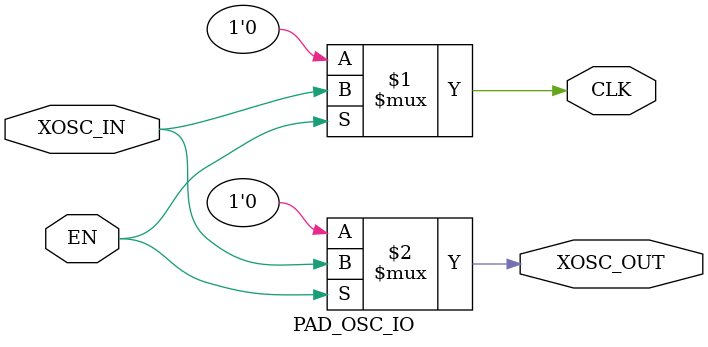
<source format=v>
/*
Copyright (c) 2019 Alibaba Group Holding Limited

Permission is hereby granted, free of charge, to any person obtaining a copy of this software and associated documentation files (the "Software"), to deal in the Software without restriction, including without limitation the rights to use, copy, modify, merge, publish, distribute, sublicense, and/or sell copies of the Software, and to permit persons to whom the Software is furnished to do so, subject to the following conditions:

The above copyright notice and this permission notice shall be included in all copies or substantial portions of the Software.

THE SOFTWARE IS PROVIDED "AS IS", WITHOUT WARRANTY OF ANY KIND, EXPRESS OR IMPLIED, INCLUDING BUT NOT LIMITED TO THE WARRANTIES OF MERCHANTABILITY, FITNESS FOR A PARTICULAR PURPOSE AND NONINFRINGEMENT. IN NO EVENT SHALL THE AUTHORS OR COPYRIGHT HOLDERS BE LIABLE FOR ANY CLAIM, DAMAGES OR OTHER LIABILITY, WHETHER IN AN ACTION OF CONTRACT, TORT OR OTHERWISE, ARISING FROM, OUT OF OR IN CONNECTION WITH THE SOFTWARE OR THE USE OR OTHER DEALINGS IN THE SOFTWARE.

*/
module PAD_OSC_IO(
    EN    ,
    XOSC_OUT    ,
    XOSC_IN,
    CLK
);

input    EN;
input    XOSC_IN;
output   XOSC_OUT;
output   CLK;

assign CLK = EN ? XOSC_IN : 1'b0;
assign XOSC_OUT = EN ? XOSC_IN : 1'b0;

endmodule

</source>
